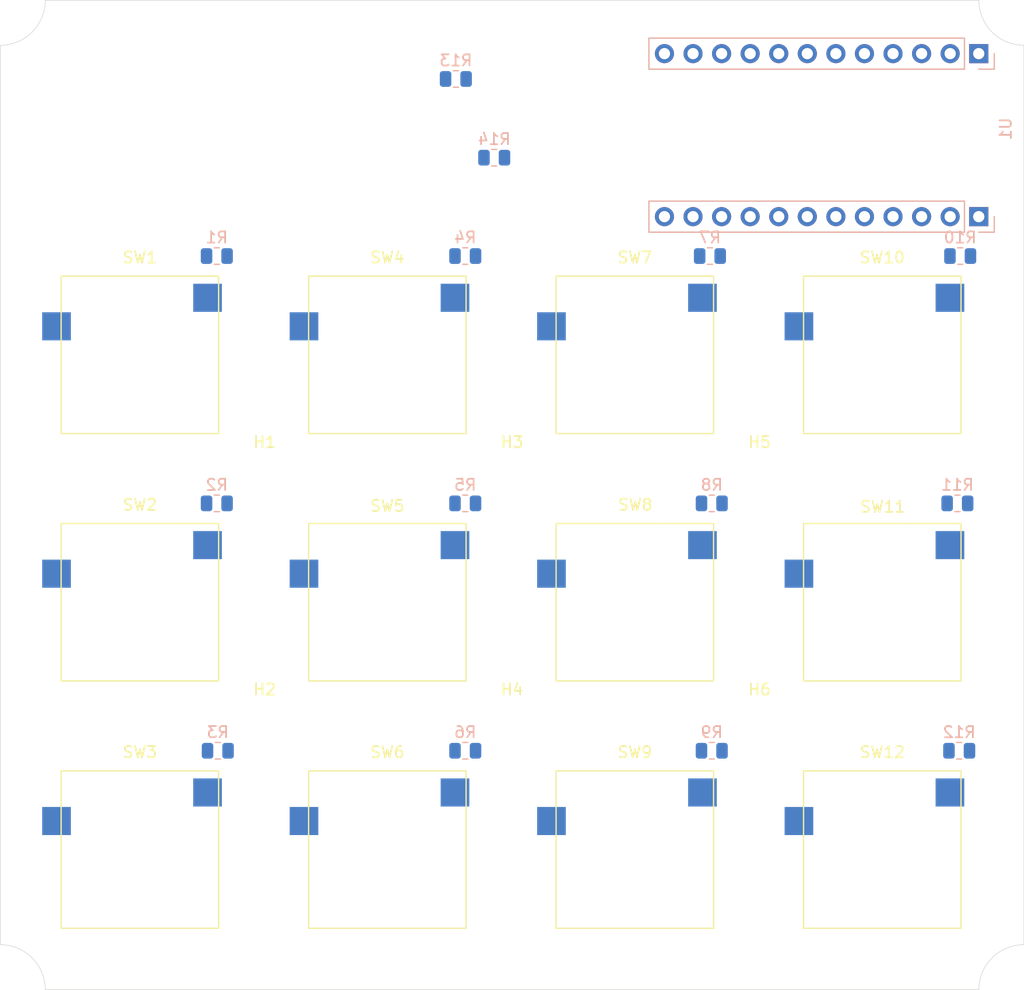
<source format=kicad_pcb>
(kicad_pcb (version 20241229) (generator "pcbnew") (generator_version "9.0")
  (layers (0 "F.Cu" signal) (2 "B.Cu" signal) (13 "F.Paste" user) (15 "B.Paste" user) (5 "F.SilkS" user "F.Silkscreen") (7 "B.SilkS" user "B.Silkscreen") (1 "F.Mask" user) (3 "B.Mask" user) (25 "Edge.Cuts" user))
  (net 0 "")
  (net 1 "VCC")
  (net 2 "/KEY1")
  (net 3 "/KEY2")
  (net 4 "/KEY3")
  (net 5 "/KEY4")
  (net 6 "/KEY5")
  (net 7 "/KEY6")
  (net 8 "/KEY7")
  (net 9 "/KEY8")
  (net 10 "/KEY9")
  (net 11 "/KEY10")
  (net 12 "/KEY11")
  (net 13 "/KEY12")
  (net 14 "/SPECIAL_KEY")
  (net 15 "/MODE_SWITCH")
  (net 16 "GND")
  (footprint "CherryMX_KailhSocket:CherryMX_1.00u_KailhSocket" (layer "F.Cu") (at 145.41 123.54)
    (property "Reference" "SW12" (at 0 -8.6625 0) (layer "F.SilkS"))
    (property "Value" "CherryMX")
    (fp_line (start -7 -7) (end -7 7) (stroke (width 0.12)) (layer "F.SilkS"))
    (fp_line (start -7 -7) (end 7 -7) (stroke (width 0.12)) (layer "F.SilkS"))
    (fp_line (start 7 -7) (end 7 7) (stroke (width 0.12)) (layer "F.SilkS"))
    (fp_line (start 7 7) (end -7 7) (stroke (width 0.12)) (layer "F.SilkS"))
    (pad "" np_thru_hole circle (at -3.81 -2.54) (size 3 3) (drill 3) (layers "*.Cu" "*.Mask"))
    (pad "" np_thru_hole circle (at 0 0) (size 4 4) (drill 4) (layers "*.Cu" "*.Mask"))
    (pad "" np_thru_hole circle (at 2.54 -5.08) (size 3 3) (drill 3) (layers "*.Cu" "*.Mask"))
    (pad "1" smd rect (at -7.41 -2.54) (size 2.55 2.5) (layers "B.Cu" "B.Mask" "B.Paste") (net 16 "GND"))
    (pad "2" smd rect (at 6.015 -5.08) (size 2.55 2.5) (layers "B.Cu" "B.Mask" "B.Paste") (net 13 "/KEY12"))
  )
  (footprint "MountingHole:MountingHole_2.1mm" (layer "F.Cu") (at 112.5 90.5)
    (property "Reference" "H3" (at 0 -3.2 0) (layer "F.SilkS"))
    (property "Value" "MountingHole")
    (pad "" np_thru_hole circle (at 0 0) (size 2.1 2.1) (drill 2.1) (layers "*.Cu" "*.Mask"))
  )
  (footprint "MountingHole:MountingHole_2.1mm" (layer "F.Cu") (at 112.5 112.5)
    (property "Reference" "H4" (at 0 -3.2 0) (layer "F.SilkS"))
    (property "Value" "MountingHole")
    (pad "" np_thru_hole circle (at 0 0) (size 2.1 2.1) (drill 2.1) (layers "*.Cu" "*.Mask"))
  )
  (footprint "MountingHole:MountingHole_2.1mm" (layer "F.Cu") (at 90.5 112.5)
    (property "Reference" "H2" (at 0 -3.2 0) (layer "F.SilkS"))
    (property "Value" "MountingHole")
    (pad "" np_thru_hole circle (at 0 0) (size 2.1 2.1) (drill 2.1) (layers "*.Cu" "*.Mask"))
  )
  (footprint "CherryMX_KailhSocket:CherryMX_1.00u_KailhSocket" (layer "F.Cu") (at 123.41 101.54)
    (property "Reference" "SW8" (at 0.04 -8.67 0) (layer "F.SilkS"))
    (property "Value" "CherryMX")
    (fp_line (start -7 -7) (end -7 7) (stroke (width 0.12)) (layer "F.SilkS"))
    (fp_line (start -7 -7) (end 7 -7) (stroke (width 0.12)) (layer "F.SilkS"))
    (fp_line (start 7 -7) (end 7 7) (stroke (width 0.12)) (layer "F.SilkS"))
    (fp_line (start 7 7) (end -7 7) (stroke (width 0.12)) (layer "F.SilkS"))
    (pad "" np_thru_hole circle (at -3.81 -2.54) (size 3 3) (drill 3) (layers "*.Cu" "*.Mask"))
    (pad "" np_thru_hole circle (at 0 0) (size 4 4) (drill 4) (layers "*.Cu" "*.Mask"))
    (pad "" np_thru_hole circle (at 2.54 -5.08) (size 3 3) (drill 3) (layers "*.Cu" "*.Mask"))
    (pad "1" smd rect (at -7.41 -2.54) (size 2.55 2.5) (layers "B.Cu" "B.Mask" "B.Paste") (net 16 "GND"))
    (pad "2" smd rect (at 6.015 -5.08) (size 2.55 2.5) (layers "B.Cu" "B.Mask" "B.Paste") (net 9 "/KEY8"))
  )
  (footprint "MountingHole:MountingHole_2.1mm" (layer "F.Cu") (at 134.5 112.5)
    (property "Reference" "H6" (at 0 -3.2 0) (layer "F.SilkS"))
    (property "Value" "MountingHole")
    (pad "" np_thru_hole circle (at 0 0) (size 2.1 2.1) (drill 2.1) (layers "*.Cu" "*.Mask"))
  )
  (footprint "CherryMX_KailhSocket:CherryMX_1.00u_KailhSocket" (layer "F.Cu") (at 123.41 123.54)
    (property "Reference" "SW9" (at 0 -8.6625 0) (layer "F.SilkS"))
    (property "Value" "CherryMX")
    (fp_line (start -7 -7) (end -7 7) (stroke (width 0.12)) (layer "F.SilkS"))
    (fp_line (start -7 -7) (end 7 -7) (stroke (width 0.12)) (layer "F.SilkS"))
    (fp_line (start 7 -7) (end 7 7) (stroke (width 0.12)) (layer "F.SilkS"))
    (fp_line (start 7 7) (end -7 7) (stroke (width 0.12)) (layer "F.SilkS"))
    (pad "" np_thru_hole circle (at -3.81 -2.54) (size 3 3) (drill 3) (layers "*.Cu" "*.Mask"))
    (pad "" np_thru_hole circle (at 0 0) (size 4 4) (drill 4) (layers "*.Cu" "*.Mask"))
    (pad "" np_thru_hole circle (at 2.54 -5.08) (size 3 3) (drill 3) (layers "*.Cu" "*.Mask"))
    (pad "1" smd rect (at -7.41 -2.54) (size 2.55 2.5) (layers "B.Cu" "B.Mask" "B.Paste") (net 16 "GND"))
    (pad "2" smd rect (at 6.015 -5.08) (size 2.55 2.5) (layers "B.Cu" "B.Mask" "B.Paste") (net 10 "/KEY9"))
  )
  (footprint "CherryMX_KailhSocket:CherryMX_1.00u_KailhSocket" (layer "F.Cu") (at 79.41 101.54)
    (property "Reference" "SW2" (at 0 -8.6625 0) (layer "F.SilkS"))
    (property "Value" "CherryMX")
    (fp_line (start -7 -7) (end -7 7) (stroke (width 0.12)) (layer "F.SilkS"))
    (fp_line (start -7 -7) (end 7 -7) (stroke (width 0.12)) (layer "F.SilkS"))
    (fp_line (start 7 -7) (end 7 7) (stroke (width 0.12)) (layer "F.SilkS"))
    (fp_line (start 7 7) (end -7 7) (stroke (width 0.12)) (layer "F.SilkS"))
    (pad "" np_thru_hole circle (at -3.81 -2.54) (size 3 3) (drill 3) (layers "*.Cu" "*.Mask"))
    (pad "" np_thru_hole circle (at 0 0) (size 4 4) (drill 4) (layers "*.Cu" "*.Mask"))
    (pad "" np_thru_hole circle (at 2.54 -5.08) (size 3 3) (drill 3) (layers "*.Cu" "*.Mask"))
    (pad "1" smd rect (at -7.41 -2.54) (size 2.55 2.5) (layers "B.Cu" "B.Mask" "B.Paste") (net 16 "GND"))
    (pad "2" smd rect (at 6.015 -5.08) (size 2.55 2.5) (layers "B.Cu" "B.Mask" "B.Paste") (net 3 "/KEY2"))
  )
  (footprint "CherryMX_KailhSocket:CherryMX_1.00u_KailhSocket" (layer "F.Cu") (at 123.41 79.54)
    (property "Reference" "SW7" (at 0 -8.6625 0) (layer "F.SilkS"))
    (property "Value" "CherryMX")
    (fp_line (start -7 -7) (end -7 7) (stroke (width 0.12)) (layer "F.SilkS"))
    (fp_line (start -7 -7) (end 7 -7) (stroke (width 0.12)) (layer "F.SilkS"))
    (fp_line (start 7 -7) (end 7 7) (stroke (width 0.12)) (layer "F.SilkS"))
    (fp_line (start 7 7) (end -7 7) (stroke (width 0.12)) (layer "F.SilkS"))
    (pad "" np_thru_hole circle (at -3.81 -2.54) (size 3 3) (drill 3) (layers "*.Cu" "*.Mask"))
    (pad "" np_thru_hole circle (at 0 0) (size 4 4) (drill 4) (layers "*.Cu" "*.Mask"))
    (pad "" np_thru_hole circle (at 2.54 -5.08) (size 3 3) (drill 3) (layers "*.Cu" "*.Mask"))
    (pad "1" smd rect (at -7.41 -2.54) (size 2.55 2.5) (layers "B.Cu" "B.Mask" "B.Paste") (net 16 "GND"))
    (pad "2" smd rect (at 6.015 -5.08) (size 2.55 2.5) (layers "B.Cu" "B.Mask" "B.Paste") (net 8 "/KEY7"))
  )
  (footprint "CherryMX_KailhSocket:CherryMX_1.00u_KailhSocket" (layer "F.Cu") (at 101.41 123.54)
    (property "Reference" "SW6" (at 0 -8.6625 0) (layer "F.SilkS"))
    (property "Value" "CherryMX")
    (fp_line (start -7 -7) (end -7 7) (stroke (width 0.12)) (layer "F.SilkS"))
    (fp_line (start -7 -7) (end 7 -7) (stroke (width 0.12)) (layer "F.SilkS"))
    (fp_line (start 7 -7) (end 7 7) (stroke (width 0.12)) (layer "F.SilkS"))
    (fp_line (start 7 7) (end -7 7) (stroke (width 0.12)) (layer "F.SilkS"))
    (pad "" np_thru_hole circle (at -3.81 -2.54) (size 3 3) (drill 3) (layers "*.Cu" "*.Mask"))
    (pad "" np_thru_hole circle (at 0 0) (size 4 4) (drill 4) (layers "*.Cu" "*.Mask"))
    (pad "" np_thru_hole circle (at 2.54 -5.08) (size 3 3) (drill 3) (layers "*.Cu" "*.Mask"))
    (pad "1" smd rect (at -7.41 -2.54) (size 2.55 2.5) (layers "B.Cu" "B.Mask" "B.Paste") (net 16 "GND"))
    (pad "2" smd rect (at 6.015 -5.08) (size 2.55 2.5) (layers "B.Cu" "B.Mask" "B.Paste") (net 7 "/KEY6"))
  )
  (footprint "CherryMX_KailhSocket:CherryMX_1.00u_KailhSocket" (layer "F.Cu") (at 79.41 123.54)
    (property "Reference" "SW3" (at 0 -8.6625 0) (layer "F.SilkS"))
    (property "Value" "CherryMX")
    (fp_line (start -7 -7) (end -7 7) (stroke (width 0.12)) (layer "F.SilkS"))
    (fp_line (start -7 -7) (end 7 -7) (stroke (width 0.12)) (layer "F.SilkS"))
    (fp_line (start 7 -7) (end 7 7) (stroke (width 0.12)) (layer "F.SilkS"))
    (fp_line (start 7 7) (end -7 7) (stroke (width 0.12)) (layer "F.SilkS"))
    (pad "" np_thru_hole circle (at -3.81 -2.54) (size 3 3) (drill 3) (layers "*.Cu" "*.Mask"))
    (pad "" np_thru_hole circle (at 0 0) (size 4 4) (drill 4) (layers "*.Cu" "*.Mask"))
    (pad "" np_thru_hole circle (at 2.54 -5.08) (size 3 3) (drill 3) (layers "*.Cu" "*.Mask"))
    (pad "1" smd rect (at -7.41 -2.54) (size 2.55 2.5) (layers "B.Cu" "B.Mask" "B.Paste") (net 16 "GND"))
    (pad "2" smd rect (at 6.015 -5.08) (size 2.55 2.5) (layers "B.Cu" "B.Mask" "B.Paste") (net 4 "/KEY3"))
  )
  (footprint "CherryMX_KailhSocket:CherryMX_1.00u_KailhSocket" (layer "F.Cu") (at 145.41 79.54)
    (property "Reference" "SW10" (at 0 -8.6625 0) (layer "F.SilkS"))
    (property "Value" "CherryMX")
    (fp_line (start -7 -7) (end -7 7) (stroke (width 0.12)) (layer "F.SilkS"))
    (fp_line (start -7 -7) (end 7 -7) (stroke (width 0.12)) (layer "F.SilkS"))
    (fp_line (start 7 -7) (end 7 7) (stroke (width 0.12)) (layer "F.SilkS"))
    (fp_line (start 7 7) (end -7 7) (stroke (width 0.12)) (layer "F.SilkS"))
    (pad "" np_thru_hole circle (at -3.81 -2.54) (size 3 3) (drill 3) (layers "*.Cu" "*.Mask"))
    (pad "" np_thru_hole circle (at 0 0) (size 4 4) (drill 4) (layers "*.Cu" "*.Mask"))
    (pad "" np_thru_hole circle (at 2.54 -5.08) (size 3 3) (drill 3) (layers "*.Cu" "*.Mask"))
    (pad "1" smd rect (at -7.41 -2.54) (size 2.55 2.5) (layers "B.Cu" "B.Mask" "B.Paste") (net 16 "GND"))
    (pad "2" smd rect (at 6.015 -5.08) (size 2.55 2.5) (layers "B.Cu" "B.Mask" "B.Paste") (net 11 "/KEY10"))
  )
  (footprint "MountingHole:MountingHole_2.1mm" (layer "F.Cu") (at 90.5 90.5)
    (property "Reference" "H1" (at 0 -3.2 0) (layer "F.SilkS"))
    (property "Value" "MountingHole")
    (pad "" np_thru_hole circle (at 0 0) (size 2.1 2.1) (drill 2.1) (layers "*.Cu" "*.Mask"))
  )
  (footprint "CherryMX_KailhSocket:CherryMX_1.00u_KailhSocket" (layer "F.Cu") (at 79.41 79.54)
    (property "Reference" "SW1" (at 0 -8.6625 0) (layer "F.SilkS"))
    (property "Value" "CherryMX")
    (fp_line (start -7 -7) (end -7 7) (stroke (width 0.12)) (layer "F.SilkS"))
    (fp_line (start -7 -7) (end 7 -7) (stroke (width 0.12)) (layer "F.SilkS"))
    (fp_line (start 7 -7) (end 7 7) (stroke (width 0.12)) (layer "F.SilkS"))
    (fp_line (start 7 7) (end -7 7) (stroke (width 0.12)) (layer "F.SilkS"))
    (pad "" np_thru_hole circle (at -3.81 -2.54) (size 3 3) (drill 3) (layers "*.Cu" "*.Mask"))
    (pad "" np_thru_hole circle (at 0 0) (size 4 4) (drill 4) (layers "*.Cu" "*.Mask"))
    (pad "" np_thru_hole circle (at 2.54 -5.08) (size 3 3) (drill 3) (layers "*.Cu" "*.Mask"))
    (pad "1" smd rect (at -7.41 -2.54) (size 2.55 2.5) (layers "B.Cu" "B.Mask" "B.Paste") (net 16 "GND"))
    (pad "2" smd rect (at 6.015 -5.08) (size 2.55 2.5) (layers "B.Cu" "B.Mask" "B.Paste") (net 2 "/KEY1"))
  )
  (footprint "MountingHole:MountingHole_2.1mm" (layer "F.Cu") (at 134.5 90.5)
    (property "Reference" "H5" (at 0 -3.2 0) (layer "F.SilkS"))
    (property "Value" "MountingHole")
    (pad "" np_thru_hole circle (at 0 0) (size 2.1 2.1) (drill 2.1) (layers "*.Cu" "*.Mask"))
  )
  (footprint "CherryMX_KailhSocket:CherryMX_1.00u_KailhSocket" (layer "F.Cu") (at 145.41 101.54)
    (property "Reference" "SW11" (at 0.04 -8.49 0) (layer "F.SilkS"))
    (property "Value" "CherryMX")
    (fp_line (start -7 -7) (end -7 7) (stroke (width 0.12)) (layer "F.SilkS"))
    (fp_line (start -7 -7) (end 7 -7) (stroke (width 0.12)) (layer "F.SilkS"))
    (fp_line (start 7 -7) (end 7 7) (stroke (width 0.12)) (layer "F.SilkS"))
    (fp_line (start 7 7) (end -7 7) (stroke (width 0.12)) (layer "F.SilkS"))
    (pad "" np_thru_hole circle (at -3.81 -2.54) (size 3 3) (drill 3) (layers "*.Cu" "*.Mask"))
    (pad "" np_thru_hole circle (at 0 0) (size 4 4) (drill 4) (layers "*.Cu" "*.Mask"))
    (pad "" np_thru_hole circle (at 2.54 -5.08) (size 3 3) (drill 3) (layers "*.Cu" "*.Mask"))
    (pad "1" smd rect (at -7.41 -2.54) (size 2.55 2.5) (layers "B.Cu" "B.Mask" "B.Paste") (net 16 "GND"))
    (pad "2" smd rect (at 6.015 -5.08) (size 2.55 2.5) (layers "B.Cu" "B.Mask" "B.Paste") (net 12 "/KEY11"))
  )
  (footprint "CherryMX_KailhSocket:CherryMX_1.00u_KailhSocket" (layer "F.Cu") (at 101.41 101.54)
    (property "Reference" "SW5" (at 0 -8.56 0) (layer "F.SilkS"))
    (property "Value" "CherryMX")
    (fp_line (start -7 -7) (end -7 7) (stroke (width 0.12)) (layer "F.SilkS"))
    (fp_line (start -7 -7) (end 7 -7) (stroke (width 0.12)) (layer "F.SilkS"))
    (fp_line (start 7 -7) (end 7 7) (stroke (width 0.12)) (layer "F.SilkS"))
    (fp_line (start 7 7) (end -7 7) (stroke (width 0.12)) (layer "F.SilkS"))
    (pad "" np_thru_hole circle (at -3.81 -2.54) (size 3 3) (drill 3) (layers "*.Cu" "*.Mask"))
    (pad "" np_thru_hole circle (at 0 0) (size 4 4) (drill 4) (layers "*.Cu" "*.Mask"))
    (pad "" np_thru_hole circle (at 2.54 -5.08) (size 3 3) (drill 3) (layers "*.Cu" "*.Mask"))
    (pad "1" smd rect (at -7.41 -2.54) (size 2.55 2.5) (layers "B.Cu" "B.Mask" "B.Paste") (net 16 "GND"))
    (pad "2" smd rect (at 6.015 -5.08) (size 2.55 2.5) (layers "B.Cu" "B.Mask" "B.Paste") (net 6 "/KEY5"))
  )
  (footprint "CherryMX_KailhSocket:CherryMX_1.00u_KailhSocket" (layer "F.Cu") (at 101.41 79.54)
    (property "Reference" "SW4" (at 0 -8.6625 0) (layer "F.SilkS"))
    (property "Value" "CherryMX")
    (fp_line (start -7 -7) (end -7 7) (stroke (width 0.12)) (layer "F.SilkS"))
    (fp_line (start -7 -7) (end 7 -7) (stroke (width 0.12)) (layer "F.SilkS"))
    (fp_line (start 7 -7) (end 7 7) (stroke (width 0.12)) (layer "F.SilkS"))
    (fp_line (start 7 7) (end -7 7) (stroke (width 0.12)) (layer "F.SilkS"))
    (pad "" np_thru_hole circle (at -3.81 -2.54) (size 3 3) (drill 3) (layers "*.Cu" "*.Mask"))
    (pad "" np_thru_hole circle (at 0 0) (size 4 4) (drill 4) (layers "*.Cu" "*.Mask"))
    (pad "" np_thru_hole circle (at 2.54 -5.08) (size 3 3) (drill 3) (layers "*.Cu" "*.Mask"))
    (pad "1" smd rect (at -7.41 -2.54) (size 2.55 2.5) (layers "B.Cu" "B.Mask" "B.Paste") (net 16 "GND"))
    (pad "2" smd rect (at 6.015 -5.08) (size 2.55 2.5) (layers "B.Cu" "B.Mask" "B.Paste") (net 5 "/KEY4"))
  )
  (footprint "Resistor_SMD:R_0805_2012Metric" (layer "B.Cu") (at 130.25 114.75 180)
    (property "Reference" "R9" (at 0 1.65 0) (layer "B.SilkS") (effects (justify mirror)))
    (property "Value" "10k")
    (fp_line (start -0.227064 0.735) (end 0.227064 0.735) (stroke (width 0.12)) (layer "B.SilkS"))
    (fp_line (start -0.227064 -0.735) (end 0.227064 -0.735) (stroke (width 0.12)) (layer "B.SilkS"))
    (pad "1" smd roundrect (at -0.9125 0 180) (size 1.025 1.4) (layers "B.Cu" "B.Mask" "B.Paste") (roundrect_rratio 0.243902) (net 1 "VCC"))
    (pad "2" smd roundrect (at 0.9125 0 180) (size 1.025 1.4) (layers "B.Cu" "B.Mask" "B.Paste") (roundrect_rratio 0.243902) (net 10 "/KEY9"))
  )
  (footprint "MCUs:Arduino Pro Micro" (layer "B.Cu") (at 154.085 67.245 90)
    (property "Reference" "U1" (at 7.8 2.3 90) (layer "B.SilkS") (effects (justify mirror)))
    (property "Value" "ATmega32U4-A")
    (fp_line (start 13.12 -29.42) (end 15.88 -29.42) (stroke (width 0.12)) (layer "B.SilkS"))
    (fp_line (start -1.38 -29.42) (end 1.38 -29.42) (stroke (width 0.12)) (layer "B.SilkS"))
    (fp_line (start 15.88 -1.37) (end 15.88 -29.42) (stroke (width 0.12)) (layer "B.SilkS"))
    (fp_line (start 13.12 -1.37) (end 13.12 -29.42) (stroke (width 0.12)) (layer "B.SilkS"))
    (fp_line (start 13.12 -1.37) (end 15.88 -1.37) (stroke (width 0.12)) (layer "B.SilkS"))
    (fp_line (start 1.38 -1.37) (end 1.38 -29.42) (stroke (width 0.12)) (layer "B.SilkS"))
    (fp_line (start -1.38 -1.37) (end -1.38 -29.42) (stroke (width 0.12)) (layer "B.SilkS"))
    (fp_line (start -1.38 -1.37) (end 1.38 -1.37) (stroke (width 0.12)) (layer "B.SilkS"))
    (fp_line (start 13.12 -0.1) (end 13.12 1.28) (stroke (width 0.12)) (layer "B.SilkS"))
    (fp_line (start -1.38 -0.1) (end -1.38 1.28) (stroke (width 0.12)) (layer "B.SilkS"))
    (fp_line (start 13.12 1.28) (end 14.5 1.28) (stroke (width 0.12)) (layer "B.SilkS"))
    (fp_line (start -1.38 1.28) (end 0 1.28) (stroke (width 0.12)) (layer "B.SilkS"))
    (pad "" thru_hole rect (at 14.5 -0.1 90) (size 1.7 1.7) (drill 1) (layers "*.Cu" "*.Mask"))
    (pad "1" thru_hole circle (at 0 -22.96 90) (size 1.7 1.7) (drill 1) (layers "*.Cu" "*.Mask") (net 7 "/KEY6"))
    (pad "5" thru_hole circle (at 0 -7.72 90) (size 1.7 1.7) (drill 1) (layers "*.Cu" "*.Mask") (net 16 "GND"))
    (pad "9" thru_hole circle (at 14.5 -20.42 90) (size 1.7 1.7) (drill 1) (layers "*.Cu" "*.Mask") (net 13 "/KEY12"))
    (pad "10" thru_hole circle (at 14.5 -25.5 90) (size 1.7 1.7) (drill 1) (layers "*.Cu" "*.Mask") (net 11 "/KEY10"))
    (pad "11" thru_hole circle (at 14.5 -22.96 90) (size 1.7 1.7) (drill 1) (layers "*.Cu" "*.Mask") (net 12 "/KEY11"))
    (pad "13" thru_hole circle (at 14.5 -5.18 90) (size 1.7 1.7) (drill 1) (layers "*.Cu" "*.Mask"))
    (pad "14" thru_hole circle (at 14.5 -7.72 90) (size 1.7 1.7) (drill 1) (layers "*.Cu" "*.Mask") (net 1 "VCC"))
    (pad "15" thru_hole circle (at 0 -5.18 90) (size 1.7 1.7) (drill 1) (layers "*.Cu" "*.Mask") (net 16 "GND"))
    (pad "15" thru_hole circle (at 14.5 -2.64 90) (size 1.7 1.7) (drill 1) (layers "*.Cu" "*.Mask") (net 16 "GND"))
    (pad "18" thru_hole circle (at 0 -12.8 90) (size 1.7 1.7) (drill 1) (layers "*.Cu" "*.Mask") (net 3 "/KEY2"))
    (pad "19" thru_hole circle (at 0 -10.26 90) (size 1.7 1.7) (drill 1) (layers "*.Cu" "*.Mask") (net 2 "/KEY1"))
    (pad "20" thru_hole circle (at 0 -2.64 90) (size 1.7 1.7) (drill 1) (layers "*.Cu" "*.Mask"))
    (pad "21" thru_hole rect (at 0 -0.1 90) (size 1.7 1.7) (drill 1) (layers "*.Cu" "*.Mask"))
    (pad "25" thru_hole circle (at 0 -15.34 90) (size 1.7 1.7) (drill 1) (layers "*.Cu" "*.Mask") (net 4 "/KEY3"))
    (pad "27" thru_hole circle (at 0 -20.42 90) (size 1.7 1.7) (drill 1) (layers "*.Cu" "*.Mask") (net 6 "/KEY5"))
    (pad "28" thru_hole circle (at 0 -25.5 90) (size 1.7 1.7) (drill 1) (layers "*.Cu" "*.Mask") (net 8 "/KEY7"))
    (pad "29" thru_hole circle (at 0 -28.04 90) (size 1.7 1.7) (drill 1) (layers "*.Cu" "*.Mask") (net 9 "/KEY8"))
    (pad "30" thru_hole circle (at 14.5 -28.04 90) (size 1.7 1.7) (drill 1) (layers "*.Cu" "*.Mask") (net 10 "/KEY9"))
    (pad "31" thru_hole circle (at 0 -17.88 90) (size 1.7 1.7) (drill 1) (layers "*.Cu" "*.Mask") (net 5 "/KEY4"))
    (pad "36" thru_hole circle (at 14.5 -17.88 90) (size 1.7 1.7) (drill 1) (layers "*.Cu" "*.Mask") (net 14 "/SPECIAL_KEY"))
    (pad "37" thru_hole circle (at 14.5 -15.34 90) (size 1.7 1.7) (drill 1) (layers "*.Cu" "*.Mask") (net 15 "/MODE_SWITCH"))
    (pad "38" thru_hole circle (at 14.5 -12.8 90) (size 1.7 1.7) (drill 1) (layers "*.Cu" "*.Mask"))
    (pad "39" thru_hole circle (at 14.5 -10.26 90) (size 1.7 1.7) (drill 1) (layers "*.Cu" "*.Mask"))
  )
  (footprint "Resistor_SMD:R_0805_2012Metric" (layer "B.Cu") (at 86.3375 114.75 180)
    (property "Reference" "R3" (at 0 1.65 0) (layer "B.SilkS") (effects (justify mirror)))
    (property "Value" "10k")
    (fp_line (start -0.227064 0.735) (end 0.227064 0.735) (stroke (width 0.12)) (layer "B.SilkS"))
    (fp_line (start -0.227064 -0.735) (end 0.227064 -0.735) (stroke (width 0.12)) (layer "B.SilkS"))
    (pad "1" smd roundrect (at -0.9125 0 180) (size 1.025 1.4) (layers "B.Cu" "B.Mask" "B.Paste") (roundrect_rratio 0.243902) (net 1 "VCC"))
    (pad "2" smd roundrect (at 0.9125 0 180) (size 1.025 1.4) (layers "B.Cu" "B.Mask" "B.Paste") (roundrect_rratio 0.243902) (net 4 "/KEY3"))
  )
  (footprint "Resistor_SMD:R_0805_2012Metric" (layer "B.Cu") (at 152.25 114.75 180)
    (property "Reference" "R12" (at 0 1.65 0) (layer "B.SilkS") (effects (justify mirror)))
    (property "Value" "10k")
    (fp_line (start -0.227064 0.735) (end 0.227064 0.735) (stroke (width 0.12)) (layer "B.SilkS"))
    (fp_line (start -0.227064 -0.735) (end 0.227064 -0.735) (stroke (width 0.12)) (layer "B.SilkS"))
    (pad "1" smd roundrect (at -0.9125 0 180) (size 1.025 1.4) (layers "B.Cu" "B.Mask" "B.Paste") (roundrect_rratio 0.243902) (net 1 "VCC"))
    (pad "2" smd roundrect (at 0.9125 0 180) (size 1.025 1.4) (layers "B.Cu" "B.Mask" "B.Paste") (roundrect_rratio 0.243902) (net 13 "/KEY12"))
  )
  (footprint "Resistor_SMD:R_0805_2012Metric" (layer "B.Cu") (at 108.3375 92.75 180)
    (property "Reference" "R5" (at 0 1.65 0) (layer "B.SilkS") (effects (justify mirror)))
    (property "Value" "10k")
    (fp_line (start -0.227064 0.735) (end 0.227064 0.735) (stroke (width 0.12)) (layer "B.SilkS"))
    (fp_line (start -0.227064 -0.735) (end 0.227064 -0.735) (stroke (width 0.12)) (layer "B.SilkS"))
    (pad "1" smd roundrect (at -0.9125 0 180) (size 1.025 1.4) (layers "B.Cu" "B.Mask" "B.Paste") (roundrect_rratio 0.243902) (net 1 "VCC"))
    (pad "2" smd roundrect (at 0.9125 0 180) (size 1.025 1.4) (layers "B.Cu" "B.Mask" "B.Paste") (roundrect_rratio 0.243902) (net 6 "/KEY5"))
  )
  (footprint "Resistor_SMD:R_0805_2012Metric" (layer "B.Cu") (at 130.0875 70.75 180)
    (property "Reference" "R7" (at 0 1.65 0) (layer "B.SilkS") (effects (justify mirror)))
    (property "Value" "10k")
    (fp_line (start -0.227064 0.735) (end 0.227064 0.735) (stroke (width 0.12)) (layer "B.SilkS"))
    (fp_line (start -0.227064 -0.735) (end 0.227064 -0.735) (stroke (width 0.12)) (layer "B.SilkS"))
    (pad "1" smd roundrect (at -0.9125 0 180) (size 1.025 1.4) (layers "B.Cu" "B.Mask" "B.Paste") (roundrect_rratio 0.243902) (net 1 "VCC"))
    (pad "2" smd roundrect (at 0.9125 0 180) (size 1.025 1.4) (layers "B.Cu" "B.Mask" "B.Paste") (roundrect_rratio 0.243902) (net 8 "/KEY7"))
  )
  (footprint "Resistor_SMD:R_0805_2012Metric" (layer "B.Cu") (at 108.3375 70.75 180)
    (property "Reference" "R4" (at 0 1.65 0) (layer "B.SilkS") (effects (justify mirror)))
    (property "Value" "10k")
    (fp_line (start -0.227064 0.735) (end 0.227064 0.735) (stroke (width 0.12)) (layer "B.SilkS"))
    (fp_line (start -0.227064 -0.735) (end 0.227064 -0.735) (stroke (width 0.12)) (layer "B.SilkS"))
    (pad "1" smd roundrect (at -0.9125 0 180) (size 1.025 1.4) (layers "B.Cu" "B.Mask" "B.Paste") (roundrect_rratio 0.243902) (net 1 "VCC"))
    (pad "2" smd roundrect (at 0.9125 0 180) (size 1.025 1.4) (layers "B.Cu" "B.Mask" "B.Paste") (roundrect_rratio 0.243902) (net 5 "/KEY4"))
  )
  (footprint "Resistor_SMD:R_0805_2012Metric" (layer "B.Cu") (at 152.0875 92.75 180)
    (property "Reference" "R11" (at 0 1.65 0) (layer "B.SilkS") (effects (justify mirror)))
    (property "Value" "10k")
    (fp_line (start -0.227064 0.735) (end 0.227064 0.735) (stroke (width 0.12)) (layer "B.SilkS"))
    (fp_line (start -0.227064 -0.735) (end 0.227064 -0.735) (stroke (width 0.12)) (layer "B.SilkS"))
    (pad "1" smd roundrect (at -0.9125 0 180) (size 1.025 1.4) (layers "B.Cu" "B.Mask" "B.Paste") (roundrect_rratio 0.243902) (net 1 "VCC"))
    (pad "2" smd roundrect (at 0.9125 0 180) (size 1.025 1.4) (layers "B.Cu" "B.Mask" "B.Paste") (roundrect_rratio 0.243902) (net 12 "/KEY11"))
  )
  (footprint "Resistor_SMD:R_0805_2012Metric" (layer "B.Cu") (at 130.25 92.75 180)
    (property "Reference" "R8" (at 0 1.65 0) (layer "B.SilkS") (effects (justify mirror)))
    (property "Value" "10k")
    (fp_line (start -0.227064 0.735) (end 0.227064 0.735) (stroke (width 0.12)) (layer "B.SilkS"))
    (fp_line (start -0.227064 -0.735) (end 0.227064 -0.735) (stroke (width 0.12)) (layer "B.SilkS"))
    (pad "1" smd roundrect (at -0.9125 0 180) (size 1.025 1.4) (layers "B.Cu" "B.Mask" "B.Paste") (roundrect_rratio 0.243902) (net 1 "VCC"))
    (pad "2" smd roundrect (at 0.9125 0 180) (size 1.025 1.4) (layers "B.Cu" "B.Mask" "B.Paste") (roundrect_rratio 0.243902) (net 9 "/KEY8"))
  )
  (footprint "Resistor_SMD:R_0805_2012Metric" (layer "B.Cu") (at 86.25 92.75 180)
    (property "Reference" "R2" (at 0 1.65 0) (layer "B.SilkS") (effects (justify mirror)))
    (property "Value" "10k")
    (fp_line (start -0.227064 0.735) (end 0.227064 0.735) (stroke (width 0.12)) (layer "B.SilkS"))
    (fp_line (start -0.227064 -0.735) (end 0.227064 -0.735) (stroke (width 0.12)) (layer "B.SilkS"))
    (pad "1" smd roundrect (at -0.9125 0 180) (size 1.025 1.4) (layers "B.Cu" "B.Mask" "B.Paste") (roundrect_rratio 0.243902) (net 1 "VCC"))
    (pad "2" smd roundrect (at 0.9125 0 180) (size 1.025 1.4) (layers "B.Cu" "B.Mask" "B.Paste") (roundrect_rratio 0.243902) (net 3 "/KEY2"))
  )
  (footprint "Resistor_SMD:R_0805_2012Metric" (layer "B.Cu") (at 86.25 70.75 180)
    (property "Reference" "R1" (at 0 1.65 0) (layer "B.SilkS") (effects (justify mirror)))
    (property "Value" "10k")
    (fp_line (start -0.227064 0.735) (end 0.227064 0.735) (stroke (width 0.12)) (layer "B.SilkS"))
    (fp_line (start -0.227064 -0.735) (end 0.227064 -0.735) (stroke (width 0.12)) (layer "B.SilkS"))
    (pad "1" smd roundrect (at -0.9125 0 180) (size 1.025 1.4) (layers "B.Cu" "B.Mask" "B.Paste") (roundrect_rratio 0.243902) (net 1 "VCC"))
    (pad "2" smd roundrect (at 0.9125 0 180) (size 1.025 1.4) (layers "B.Cu" "B.Mask" "B.Paste") (roundrect_rratio 0.243902) (net 2 "/KEY1"))
  )
  (footprint "Resistor_SMD:R_0805_2012Metric" (layer "B.Cu") (at 110.9125 62 180)
    (property "Reference" "R14" (at 0 1.65 0) (layer "B.SilkS") (effects (justify mirror)))
    (property "Value" "10k")
    (fp_line (start -0.227064 0.735) (end 0.227064 0.735) (stroke (width 0.12)) (layer "B.SilkS"))
    (fp_line (start -0.227064 -0.735) (end 0.227064 -0.735) (stroke (width 0.12)) (layer "B.SilkS"))
    (pad "1" smd roundrect (at -0.9125 0 180) (size 1.025 1.4) (layers "B.Cu" "B.Mask" "B.Paste") (roundrect_rratio 0.243902) (net 1 "VCC"))
    (pad "2" smd roundrect (at 0.9125 0 180) (size 1.025 1.4) (layers "B.Cu" "B.Mask" "B.Paste") (roundrect_rratio 0.243902) (net 15 "/MODE_SWITCH"))
  )
  (footprint "Resistor_SMD:R_0805_2012Metric" (layer "B.Cu") (at 107.5 55 180)
    (property "Reference" "R13" (at 0 1.65 0) (layer "B.SilkS") (effects (justify mirror)))
    (property "Value" "10k")
    (fp_line (start -0.227064 0.735) (end 0.227064 0.735) (stroke (width 0.12)) (layer "B.SilkS"))
    (fp_line (start -0.227064 -0.735) (end 0.227064 -0.735) (stroke (width 0.12)) (layer "B.SilkS"))
    (pad "1" smd roundrect (at -0.9125 0 180) (size 1.025 1.4) (layers "B.Cu" "B.Mask" "B.Paste") (roundrect_rratio 0.243902) (net 1 "VCC"))
    (pad "2" smd roundrect (at 0.9125 0 180) (size 1.025 1.4) (layers "B.Cu" "B.Mask" "B.Paste") (roundrect_rratio 0.243902) (net 14 "/SPECIAL_KEY"))
  )
  (footprint "Resistor_SMD:R_0805_2012Metric" (layer "B.Cu") (at 108.3375 114.75 180)
    (property "Reference" "R6" (at 0 1.65 0) (layer "B.SilkS") (effects (justify mirror)))
    (property "Value" "10k")
    (fp_line (start -0.227064 0.735) (end 0.227064 0.735) (stroke (width 0.12)) (layer "B.SilkS"))
    (fp_line (start -0.227064 -0.735) (end 0.227064 -0.735) (stroke (width 0.12)) (layer "B.SilkS"))
    (pad "1" smd roundrect (at -0.9125 0 180) (size 1.025 1.4) (layers "B.Cu" "B.Mask" "B.Paste") (roundrect_rratio 0.243902) (net 1 "VCC"))
    (pad "2" smd roundrect (at 0.9125 0 180) (size 1.025 1.4) (layers "B.Cu" "B.Mask" "B.Paste") (roundrect_rratio 0.243902) (net 7 "/KEY6"))
  )
  (footprint "Resistor_SMD:R_0805_2012Metric" (layer "B.Cu") (at 152.3375 70.75 180)
    (property "Reference" "R10" (at 0 1.65 0) (layer "B.SilkS") (effects (justify mirror)))
    (property "Value" "10k")
    (fp_line (start -0.227064 0.735) (end 0.227064 0.735) (stroke (width 0.12)) (layer "B.SilkS"))
    (fp_line (start -0.227064 -0.735) (end 0.227064 -0.735) (stroke (width 0.12)) (layer "B.SilkS"))
    (pad "1" smd roundrect (at -0.9125 0 180) (size 1.025 1.4) (layers "B.Cu" "B.Mask" "B.Paste") (roundrect_rratio 0.243902) (net 1 "VCC"))
    (pad "2" smd roundrect (at 0.9125 0 180) (size 1.025 1.4) (layers "B.Cu" "B.Mask" "B.Paste") (roundrect_rratio 0.243902) (net 11 "/KEY10"))
  )
  (gr_arc (start 67 132) (mid 69.828427 133.171573) (end 71 136) (stroke (width 0.05)) (layer "Edge.Cuts"))
  (gr_line (start 158 132) (end 158 52) (stroke (width 0.05)) (layer "Edge.Cuts"))
  (gr_arc (start 71 48) (mid 69.828427 50.828427) (end 67 52) (stroke (width 0.05)) (layer "Edge.Cuts"))
  (gr_arc (start 158 52) (mid 155.171573 50.828427) (end 154 48) (stroke (width 0.05)) (layer "Edge.Cuts"))
  (gr_arc (start 154 136) (mid 155.171573 133.171573) (end 158 132) (stroke (width 0.05)) (layer "Edge.Cuts"))
  (gr_line (start 154 48) (end 71 48) (stroke (width 0.05)) (layer "Edge.Cuts"))
  (gr_line (start 71 136) (end 154 136) (stroke (width 0.05)) (layer "Edge.Cuts"))
  (gr_line (start 67 52) (end 67 132) (stroke (width 0.05)) (layer "Edge.Cuts"))
)
</source>
